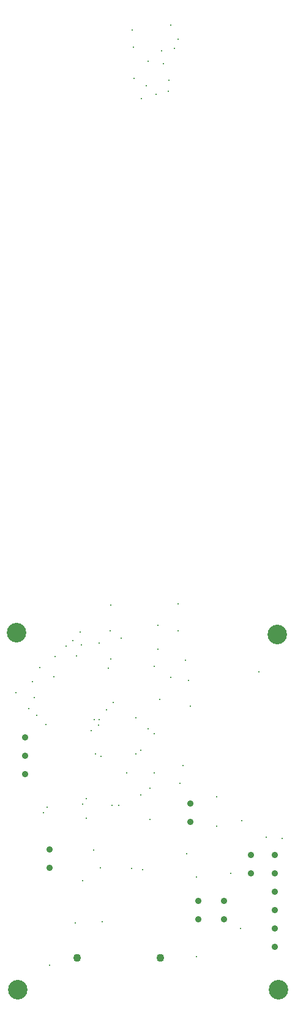
<source format=gbr>
%TF.GenerationSoftware,Altium Limited,Altium Designer,19.1.5 (86)*%
G04 Layer_Color=0*
%FSLAX26Y26*%
%MOIN*%
%TF.FileFunction,Plated,1,4,PTH,Drill*%
%TF.Part,Single*%
G01*
G75*
%TA.AperFunction,ComponentDrill*%
%ADD81C,0.035433*%
%ADD82C,0.043307*%
%TA.AperFunction,ViaDrill,NotFilled*%
%ADD83C,0.010000*%
%ADD84C,0.106299*%
D81*
X4265000Y2270000D02*
D03*
Y2370000D02*
D03*
X4595000Y1990000D02*
D03*
Y2090000D02*
D03*
X4450000Y1740000D02*
D03*
Y1840000D02*
D03*
X4310000Y1740000D02*
D03*
Y1840000D02*
D03*
X3365000Y2530000D02*
D03*
Y2630000D02*
D03*
Y2730000D02*
D03*
X3500000Y2020000D02*
D03*
Y2120000D02*
D03*
X4725000Y1590000D02*
D03*
Y1690000D02*
D03*
Y1790000D02*
D03*
Y1890000D02*
D03*
Y1990000D02*
D03*
Y2090000D02*
D03*
D82*
X3650000Y1530000D02*
D03*
X4100787D02*
D03*
D83*
X3810000Y2880000D02*
D03*
X3750000Y2640000D02*
D03*
X3465000Y2320000D02*
D03*
X3485000Y2350000D02*
D03*
X3920000Y2535000D02*
D03*
X3840000Y2360000D02*
D03*
X3700000Y2395000D02*
D03*
X4070000Y2535000D02*
D03*
X3995000Y2415000D02*
D03*
X4046575Y2453425D02*
D03*
X4210000Y2480000D02*
D03*
X3945000Y2015000D02*
D03*
X3740000Y2115000D02*
D03*
X4035000Y2775000D02*
D03*
X4200000Y3455000D02*
D03*
Y3310000D02*
D03*
X3830312Y3449501D02*
D03*
X3780000Y2625000D02*
D03*
X3970000Y2640000D02*
D03*
X3995000Y2660000D02*
D03*
X4070000Y2750000D02*
D03*
X3845000Y2920000D02*
D03*
X3740421Y2825421D02*
D03*
X3625000Y3255000D02*
D03*
X3820000Y3105000D02*
D03*
X3430000Y2850000D02*
D03*
X3785000Y1725000D02*
D03*
X3640000Y1720000D02*
D03*
X4090000Y3340000D02*
D03*
Y3210000D02*
D03*
X4255000Y3040000D02*
D03*
X4145000Y6245000D02*
D03*
X4035000Y6410000D02*
D03*
X4150000Y6305000D02*
D03*
X3960000Y6315000D02*
D03*
X4080000Y6230000D02*
D03*
X4110000Y6465000D02*
D03*
X4160000Y6605000D02*
D03*
X3950000Y6580000D02*
D03*
X4200000Y6530000D02*
D03*
X4070000Y3115000D02*
D03*
X4046707Y2281707D02*
D03*
X3725000Y2765000D02*
D03*
X3765000Y2795000D02*
D03*
X3770000Y2825000D02*
D03*
X3970000Y2835000D02*
D03*
X4765000Y2180000D02*
D03*
X4680000Y2185000D02*
D03*
X3830000Y3310000D02*
D03*
X3890000Y3270000D02*
D03*
X4640000Y3085000D02*
D03*
X4265000Y2900000D02*
D03*
X4160000Y3055000D02*
D03*
X4240000Y3150000D02*
D03*
X4100000Y2935000D02*
D03*
X3875000Y2360000D02*
D03*
X3680000Y2365000D02*
D03*
X3700000Y2290000D02*
D03*
X4225000Y2575000D02*
D03*
X4410000Y2405000D02*
D03*
Y2245000D02*
D03*
X4545000Y2275000D02*
D03*
X4300000Y1970000D02*
D03*
X4245000Y2095000D02*
D03*
X4485000Y1990000D02*
D03*
X3775000Y2020000D02*
D03*
X4540000Y1690000D02*
D03*
X4300000Y1535000D02*
D03*
X3680000Y1950000D02*
D03*
X4005000Y2010000D02*
D03*
X3500000Y1490000D02*
D03*
X3955000Y6485000D02*
D03*
X4180000Y6480000D02*
D03*
X4000000Y6205000D02*
D03*
X4025000Y6275000D02*
D03*
X4120000Y6395000D02*
D03*
X3831758Y3155973D02*
D03*
X3663718Y3301960D02*
D03*
X3768317Y3241960D02*
D03*
X3672912Y3231960D02*
D03*
X3645073Y3171960D02*
D03*
X3588167Y3226960D02*
D03*
X3530000Y3170000D02*
D03*
X3477008Y2798846D02*
D03*
X3386758Y2886960D02*
D03*
X3523215Y3057784D02*
D03*
X3446758Y3109362D02*
D03*
X3406758Y3031960D02*
D03*
X3416723Y2945383D02*
D03*
X3316758Y2971960D02*
D03*
D84*
X4740000Y3290000D02*
D03*
X3325000Y1355000D02*
D03*
X4745000D02*
D03*
X3320000Y3300000D02*
D03*
%TF.MD5,785d9213820d5776d009021cebb30296*%
M02*

</source>
